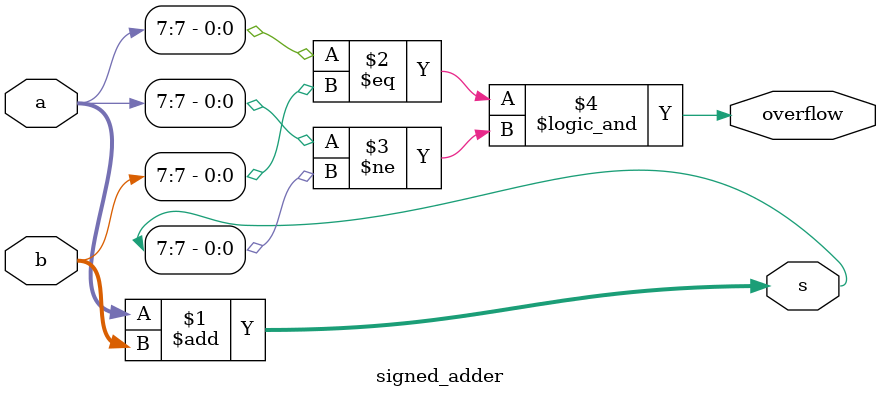
<source format=v>

module signed_adder(input [7:0] a,
    input [7:0] b,
    output [7:0] s,
    output overflow
); 

// The numbers a and b are added to the output s. 
// assign the occurence of the signed overflow of a and b to the output overflow.
// a signed overflow occurs if the most significant bits of a and b are low and the most significant bit of s is high
// a signed overflow may also occur if the most significant bits of a and b are high and the most significant bit of s is low


assign s = (a + b);
assign overflow = (a[7] == b[7]) && (a[7] != s[7]) || (a[7] != a[7]) && (b[7] != b[7]);

endmodule

</source>
